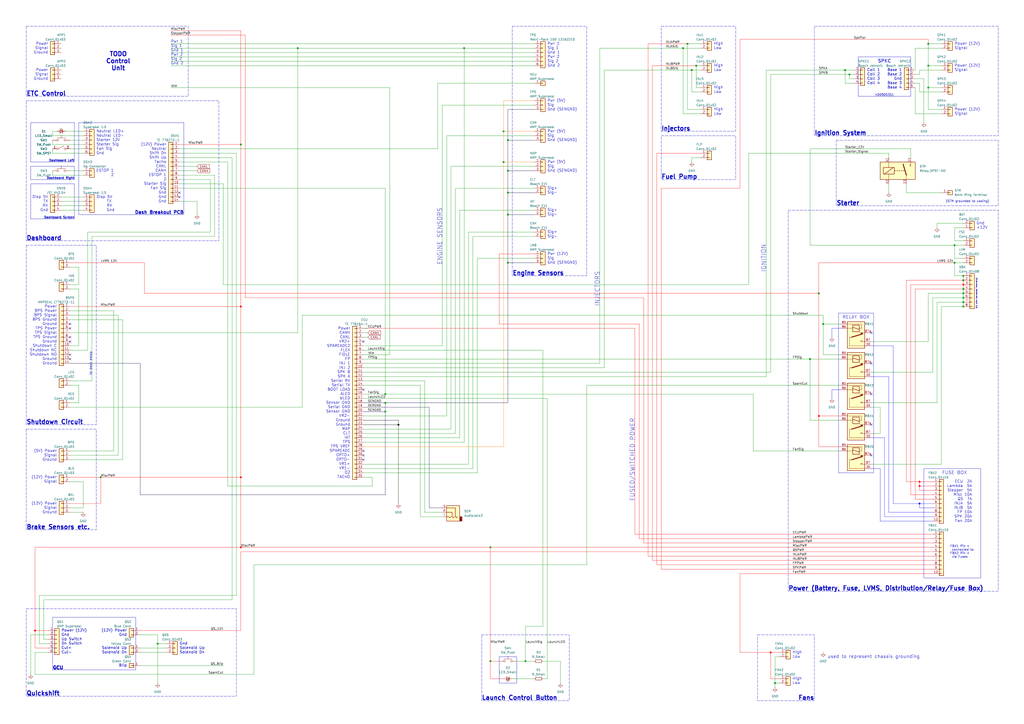
<source format=kicad_sch>
(kicad_sch (version 20231120) (generator "eeschema") (generator_version "8.0")
  (paper "A2")
  (junction (at 20.32 365.76) (color 255 0 0 1))
  (junction (at 447.04 378.46) (color 255 0 0 1))
  (junction (at 538.48 50.8))
  (junction (at 558.8 175.26))
  (junction (at 533.4 292.1) (color 0 0 255 1))
  (junction (at 558.8 177.8))
  (junction (at 294.64 99.06))
  (junction (at 91.44 373.38))
  (junction (at 558.8 160.02))
  (junction (at 269.24 27.94))
  (junction (at 396.24 27.94))
  (junction (at 223.52 228.6))
  (junction (at 294.64 111.76))
  (junction (at 403.86 38.1))
  (junction (at 139.7 83.82))
  (junction (at 284.48 383.54))
  (junction (at 474.98 170.18))
  (junction (at 139.7 177.8) (color 255 0 0 1))
  (junction (at 553.72 152.4))
  (junction (at 139.7 317.5) (color 255 0 0 1))
  (junction (at 223.52 233.68))
  (junction (at 477.52 187.96))
  (junction (at 533.4 281.94) (color 253 0 0 1))
  (junction (at 292.1 76.2))
  (junction (at 294.64 124.46))
  (junction (at 449.58 396.24))
  (junction (at 558.8 162.56))
  (junction (at 538.48 38.1))
  (junction (at 398.78 25.4))
  (junction (at 558.8 170.18))
  (junction (at 558.8 172.72))
  (junction (at 172.72 27.94))
  (junction (at 223.52 238.76))
  (junction (at 401.32 40.64))
  (junction (at 533.4 279.4) (color 253 0 0 1))
  (junction (at 474.98 241.3) (color 255 0 0 1))
  (junction (at 292.1 93.98))
  (junction (at 294.64 81.28))
  (junction (at 553.72 142.24))
  (junction (at 58.42 276.86))
  (junction (at 284.48 317.5))
  (junction (at 304.8 383.54))
  (junction (at 139.7 276.86) (color 255 0 0 1))
  (junction (at 490.22 40.64))
  (junction (at 538.48 25.4))
  (junction (at 294.64 152.4))
  (junction (at 558.8 165.1) (color 255 0 0 1))
  (junction (at 231.14 246.38) (color 1 1 1 1))
  (junction (at 492.76 43.18))
  (junction (at 469.9 208.28))
  (junction (at 558.8 167.64))
  (no_connect (at 505.46 210.82))
  (no_connect (at 210.82 226.06))
  (no_connect (at 210.82 198.12))
  (no_connect (at 210.82 261.62))
  (no_connect (at 104.14 111.76))
  (no_connect (at 104.14 114.3))
  (no_connect (at 505.46 228.6))
  (no_connect (at 210.82 264.16))
  (no_connect (at 40.64 195.58))
  (no_connect (at 40.64 198.12))
  (no_connect (at 505.46 193.04))
  (no_connect (at 505.46 264.16))
  (no_connect (at 505.46 246.38))
  (no_connect (at 210.82 266.7))
  (no_connect (at 40.64 205.74))
  (no_connect (at 40.64 190.5))
  (no_connect (at 40.64 187.96))
  (no_connect (at 40.64 208.28))
  (wire (pts (xy 40.64 177.8) (xy 139.7 177.8)) (stroke (width 0) (color 255 0 0 1)))
  (wire (pts (xy 210.82 205.74) (xy 226.06 205.74)))
  (wire (pts (xy 294.64 111.76) (xy 294.64 124.46)) (stroke (width 0) (color 0 0 64 1)))
  (wire (pts (xy 309.88 99.06) (xy 294.64 99.06)) (stroke (width 0) (color 0 0 64 1)))
  (wire (pts (xy 510.54 236.22) (xy 510.54 251.46)))
  (wire (pts (xy 350.52 40.64) (xy 350.52 213.36)))
  (wire (pts (xy 558.8 160.02) (xy 558.8 162.56)))
  (wire (pts (xy 558.8 129.54) (xy 543.56 129.54)))
  (wire (pts (xy 340.36 223.52) (xy 340.36 327.66)))
  (wire (pts (xy 525.78 111.76) (xy 546.1 111.76)))
  (wire (pts (xy 396.24 27.94) (xy 406.4 27.94)))
  (wire (pts (xy 53.34 137.16) (xy 124.46 137.16)))
  (wire (pts (xy 261.62 96.52) (xy 261.62 248.92)))
  (wire (pts (xy 452.12 393.7) (xy 447.04 393.7)) (stroke (width 0) (color 255 0 0 1)))
  (wire (pts (xy 515.62 106.68) (xy 515.62 111.76)))
  (wire (pts (xy 40.64 99.06) (xy 48.26 99.06)))
  (wire (pts (xy 452.12 381) (xy 449.58 381)))
  (wire (pts (xy 541.02 279.4) (xy 533.4 279.4)) (stroke (width 0) (color 255 0 0 1)))
  (wire (pts (xy 292.1 93.98) (xy 309.88 93.98)) (stroke (width 0) (color 255 127 0 1)))
  (wire (pts (xy 350.52 213.36) (xy 210.82 213.36)))
  (wire (pts (xy 538.48 170.18) (xy 538.48 198.12)))
  (wire (pts (xy 223.52 109.22) (xy 104.14 109.22)))
  (wire (pts (xy 370.84 312.42) (xy 541.02 312.42)) (stroke (width 0) (color 255 0 0 1)))
  (wire (pts (xy 482.6 190.5) (xy 482.6 195.58)) (stroke (width 0) (color 0 0 255 1)))
  (wire (pts (xy 541.02 284.48) (xy 533.4 284.48)) (stroke (width 0) (color 255 0 0 1)))
  (wire (pts (xy 546.1 38.1) (xy 538.48 38.1)))
  (wire (pts (xy 294.64 81.28) (xy 294.64 99.06)) (stroke (width 0) (color 0 0 64 1)))
  (wire (pts (xy 309.88 96.52) (xy 261.62 96.52)))
  (wire (pts (xy 309.88 134.62) (xy 271.78 134.62)))
  (wire (pts (xy 68.58 182.88) (xy 40.64 182.88)))
  (wire (pts (xy 434.34 88.9) (xy 515.62 88.9)))
  (wire (pts (xy 223.52 238.76) (xy 223.52 287.02)) (stroke (width 0) (color 0 0 64 1)))
  (wire (pts (xy 553.72 152.4) (xy 553.72 160.02)))
  (wire (pts (xy 530.86 50.8) (xy 530.86 66.04)))
  (wire (pts (xy 469.9 86.36) (xy 528.32 86.36)))
  (wire (pts (xy 558.8 177.8) (xy 546.1 177.8)))
  (wire (pts (xy 274.32 137.16) (xy 309.88 137.16)))
  (wire (pts (xy 40.64 185.42) (xy 71.12 185.42)))
  (wire (pts (xy 309.88 27.94) (xy 269.24 27.94)))
  (wire (pts (xy 259.08 78.74) (xy 309.88 78.74)))
  (wire (pts (xy 81.28 375.92) (xy 96.52 375.92)))
  (wire (pts (xy 368.3 309.88) (xy 541.02 309.88)) (stroke (width 0) (color 255 0 0 1)))
  (wire (pts (xy 429.26 378.46) (xy 447.04 378.46)) (stroke (width 0) (color 255 0 0 1)))
  (wire (pts (xy 515.62 218.44) (xy 505.46 218.44)) (stroke (width 0) (color 0 2 251 1)))
  (wire (pts (xy 99.06 38.1) (xy 309.88 38.1)))
  (wire (pts (xy 378.46 38.1) (xy 403.86 38.1)) (stroke (width 0) (color 255 0 0 1)))
  (wire (pts (xy 210.82 251.46) (xy 264.16 251.46)))
  (wire (pts (xy 528.32 165.1) (xy 528.32 287.02)) (stroke (width 0) (color 255 0 0 1)))
  (wire (pts (xy 510.54 271.78) (xy 505.46 271.78)) (stroke (width 0) (color 0 2 251 1)))
  (wire (pts (xy 289.56 187.96) (xy 370.84 187.96)) (stroke (width 0) (color 255 0 0 1)))
  (wire (pts (xy 429.26 332.74) (xy 429.26 378.46)) (stroke (width 0) (color 255 0 0 1)))
  (wire (pts (xy 304.8 383.54) (xy 309.88 383.54)))
  (wire (pts (xy 27.94 368.3) (xy 17.78 368.3)))
  (wire (pts (xy 30.48 83.82) (xy 48.26 83.82)))
  (wire (pts (xy 292.1 76.2) (xy 292.1 93.98)) (stroke (width 0) (color 255 127 0 1)))
  (wire (pts (xy 401.32 91.44) (xy 401.32 93.98)))
  (wire (pts (xy 381 327.66) (xy 541.02 327.66)) (stroke (width 0) (color 255 0 0 1)))
  (wire (pts (xy 487.68 190.5) (xy 482.6 190.5)) (stroke (width 0) (color 0 0 255 1)))
  (wire (pts (xy 134.62 91.44) (xy 104.14 91.44)))
  (wire (pts (xy 294.64 111.76) (xy 309.88 111.76)) (stroke (width 0) (color 0 0 64 1)))
  (wire (pts (xy 274.32 271.78) (xy 274.32 137.16)))
  (wire (pts (xy 81.28 365.76) (xy 139.7 365.76)) (stroke (width 0) (color 255 0 0 1)))
  (wire (pts (xy 104.14 96.52) (xy 114.3 96.52)))
  (wire (pts (xy 309.88 109.22) (xy 264.16 109.22)))
  (wire (pts (xy 210.82 246.38) (xy 231.14 246.38)) (stroke (width 0) (color 1 1 1 1)))
  (wire (pts (xy 558.8 167.64) (xy 530.86 167.64)) (stroke (width 0) (color 255 0 0 1)))
  (wire (pts (xy 210.82 274.32) (xy 276.86 274.32)))
  (wire (pts (xy 172.72 27.94) (xy 269.24 27.94)))
  (wire (pts (xy 314.96 363.22) (xy 304.8 363.22)))
  (wire (pts (xy 558.8 165.1) (xy 528.32 165.1)) (stroke (width 0) (color 255 0 0 1)))
  (wire (pts (xy 246.38 297.18) (xy 256.54 297.18)))
  (wire (pts (xy 22.86 345.44) (xy 22.86 373.38)))
  (wire (pts (xy 401.32 53.34) (xy 401.32 40.64)))
  (wire (pts (xy 553.72 139.7) (xy 558.8 139.7)))
  (wire (pts (xy 546.1 63.5) (xy 538.48 63.5)))
  (wire (pts (xy 248.92 294.64) (xy 248.92 236.22)) (stroke (width 0) (color 0 0 64 1)))
  (wire (pts (xy 256.54 200.66) (xy 256.54 60.96)))
  (wire (pts (xy 40.64 264.16) (xy 68.58 264.16)))
  (wire (pts (xy 284.48 317.5) (xy 284.48 383.54)) (stroke (width 0) (color 255 0 0 1)))
  (wire (pts (xy 546.1 25.4) (xy 538.48 25.4)))
  (wire (pts (xy 45.72 154.94) (xy 45.72 165.1)))
  (wire (pts (xy 535.94 45.72) (xy 535.94 71.12)))
  (wire (pts (xy 35.56 116.84) (xy 48.26 116.84)))
  (wire (pts (xy 469.9 208.28) (xy 469.9 243.84)))
  (wire (pts (xy 40.64 294.64) (xy 48.26 294.64)))
  (wire (pts (xy 533.4 48.26) (xy 533.4 53.34)))
  (wire (pts (xy 139.7 83.82) (xy 104.14 83.82)) (stroke (width 0) (color 255 0 0 1)))
  (wire (pts (xy 81.28 287.02) (xy 81.28 210.82)) (stroke (width 0) (color 0 0 64 1)))
  (wire (pts (xy 45.72 200.66) (xy 40.64 200.66)))
  (wire (pts (xy 447.04 393.7) (xy 447.04 378.46)) (stroke (width 0) (color 255 0 0 1)))
  (wire (pts (xy 20.32 365.76) (xy 27.94 365.76)) (stroke (width 0) (color 255 0 0 1)))
  (wire (pts (xy 147.32 327.66) (xy 340.36 327.66)))
  (wire (pts (xy 541.02 281.94) (xy 533.4 281.94)) (stroke (width 0) (color 255 0 0 1)))
  (wire (pts (xy 30.48 81.28) (xy 30.48 83.82)))
  (wire (pts (xy 510.54 302.26) (xy 510.54 271.78)) (stroke (width 0) (color 0 2 251 1)))
  (wire (pts (xy 378.46 325.12) (xy 541.02 325.12)) (stroke (width 0) (color 255 0 0 1)))
  (wire (pts (xy 314.96 393.7) (xy 317.5 393.7)))
  (wire (pts (xy 490.22 48.26) (xy 490.22 40.64)))
  (wire (pts (xy 375.92 25.4) (xy 398.78 25.4)) (stroke (width 0) (color 255 0 0 1)))
  (wire (pts (xy 444.5 40.64) (xy 490.22 40.64)))
  (wire (pts (xy 256.54 294.64) (xy 248.92 294.64)) (stroke (width 0) (color 0 0 64 1)))
  (wire (pts (xy 104.14 93.98) (xy 132.08 93.98)))
  (wire (pts (xy 505.46 200.66) (xy 518.16 200.66)) (stroke (width 0) (color 0 2 251 1)))
  (wire (pts (xy 299.72 383.54) (xy 304.8 383.54)))
  (wire (pts (xy 474.98 170.18) (xy 474.98 241.3)) (stroke (width 0) (color 255 0 0 1)))
  (wire (pts (xy 40.64 203.2) (xy 50.8 203.2)))
  (wire (pts (xy 226.06 205.74) (xy 226.06 50.8)))
  (wire (pts (xy 487.68 259.08) (xy 474.98 259.08)) (stroke (width 0) (color 255 0 0 1)))
  (wire (pts (xy 541.02 292.1) (xy 533.4 292.1)) (stroke (width 0) (color 0 0 255 1)))
  (wire (pts (xy 210.82 233.68) (xy 223.52 233.68)) (stroke (width 0) (color 0 0 64 1)))
  (wire (pts (xy 254 48.26) (xy 254 86.36)))
  (wire (pts (xy 340.36 223.52) (xy 487.68 223.52)))
  (wire (pts (xy 210.82 190.5) (xy 213.36 190.5)))
  (wire (pts (xy 121.92 104.14) (xy 104.14 104.14)))
  (wire (pts (xy 71.12 185.42) (xy 71.12 266.7)))
  (wire (pts (xy 215.9 281.94) (xy 132.08 281.94)))
  (wire (pts (xy 58.42 276.86) (xy 58.42 292.1)) (stroke (width 0) (color 255 0 0 1)))
  (wire (pts (xy 22.86 373.38) (xy 27.94 373.38)))
  (wire (pts (xy 403.86 38.1) (xy 406.4 38.1)))
  (wire (pts (xy 99.06 20.32) (xy 142.24 20.32)) (stroke (width 0) (color 255 0 0 1)))
  (wire (pts (xy 104.14 116.84) (xy 114.3 116.84)))
  (wire (pts (xy 104.14 101.6) (xy 124.46 101.6)))
  (wire (pts (xy 406.4 53.34) (xy 401.32 53.34)))
  (wire (pts (xy 213.36 193.04) (xy 210.82 193.04)))
  (wire (pts (xy 175.26 236.22) (xy 175.26 182.88)))
  (wire (pts (xy 449.58 396.24) (xy 452.12 396.24)))
  (wire (pts (xy 444.5 40.64) (xy 444.5 218.44)))
  (wire (pts (xy 538.48 198.12) (xy 505.46 198.12)))
  (wire (pts (xy 35.56 119.38) (xy 48.26 119.38)))
  (wire (pts (xy 99.06 25.4) (xy 309.88 25.4)))
  (wire (pts (xy 269.24 256.54) (xy 210.82 256.54)))
  (wire (pts (xy 541.02 289.56) (xy 530.86 289.56)) (stroke (width 0) (color 255 0 0 1)))
  (wire (pts (xy 243.84 299.72) (xy 243.84 223.52)))
  (wire (pts (xy 269.24 27.94) (xy 269.24 256.54)))
  (wire (pts (xy 175.26 182.88) (xy 477.52 182.88)))
  (wire (pts (xy 309.88 58.42) (xy 292.1 58.42)) (stroke (width 0) (color 255 127 0 1)))
  (wire (pts (xy 309.88 147.32) (xy 289.56 147.32)) (stroke (width 0) (color 255 0 0 1)))
  (wire (pts (xy 147.32 391.16) (xy 147.32 327.66)))
  (wire (pts (xy 30.48 88.9) (xy 48.26 88.9)))
  (wire (pts (xy 294.64 124.46) (xy 309.88 124.46)) (stroke (width 0) (color 0 0 64 1)))
  (wire (pts (xy 210.82 241.3) (xy 259.08 241.3)))
  (wire (pts (xy 515.62 91.44) (xy 515.62 88.9)))
  (wire (pts (xy 210.82 208.28) (xy 469.9 208.28)))
  (wire (pts (xy 276.86 274.32) (xy 276.86 149.86)))
  (wire (pts (xy 487.68 205.74) (xy 477.52 205.74)))
  (wire (pts (xy 142.24 172.72) (xy 142.24 20.32)) (stroke (width 0) (color 255 0 0 1)))
  (wire (pts (xy 210.82 190.5) (xy 368.3 190.5)) (stroke (width 0) (color 255 0 0 1)))
  (wire (pts (xy 20.32 375.92) (xy 27.94 375.92)) (stroke (width 0) (color 255 0 0 1)))
  (wire (pts (xy 398.78 25.4) (xy 406.4 25.4)))
  (wire (pts (xy 541.02 172.72) (xy 558.8 172.72)))
  (wire (pts (xy 210.82 271.78) (xy 274.32 271.78)))
  (wire (pts (xy 134.62 347.98) (xy 134.62 91.44)))
  (wire (pts (xy 292.1 93.98) (xy 292.1 259.08)) (stroke (width 0) (color 255 127 0 1)))
  (wire (pts (xy 20.32 378.46) (xy 20.32 391.16)))
  (wire (pts (xy 27.94 378.46) (xy 20.32 378.46)))
  (wire (pts (xy 375.92 322.58) (xy 541.02 322.58)) (stroke (width 0) (color 255 0 0 1)))
  (wire (pts (xy 558.8 170.18) (xy 538.48 170.18)))
  (wire (pts (xy 434.34 165.1) (xy 434.34 88.9)))
  (wire (pts (xy 538.48 38.1) (xy 538.48 25.4)))
  (wire (pts (xy 91.44 373.38) (xy 91.44 396.24)))
  (wire (pts (xy 541.02 294.64) (xy 533.4 294.64)) (stroke (width 0) (color 0 0 255 1)))
  (wire (pts (xy 139.7 317.5) (xy 284.48 317.5)) (stroke (width 0) (color 255 0 0 1)))
  (wire (pts (xy 505.46 254) (xy 513.08 254)) (stroke (width 0) (color 0 2 251 1)))
  (wire (pts (xy 104.14 88.9) (xy 137.16 88.9)))
  (wire (pts (xy 172.72 193.04) (xy 172.72 27.94)))
  (wire (pts (xy 492.76 43.18) (xy 492.76 45.72)))
  (wire (pts (xy 223.52 228.6) (xy 436.88 228.6)))
  (wire (pts (xy 510.54 251.46) (xy 505.46 251.46)))
  (wire (pts (xy 546.1 269.24) (xy 505.46 269.24)))
  (wire (pts (xy 210.82 231.14) (xy 317.5 231.14)))
  (wire (pts (xy 538.48 25.4) (xy 538.48 22.86)) (stroke (width 0) (color 255 0 0 1)))
  (wire (pts (xy 515.62 297.18) (xy 515.62 218.44)) (stroke (width 0) (color 0 2 251 1)))
  (wire (pts (xy 30.48 76.2) (xy 33.02 76.2)))
  (wire (pts (xy 530.86 48.26) (xy 533.4 48.26)))
  (wire (pts (xy 30.48 78.74) (xy 30.48 76.2)))
  (wire (pts (xy 25.4 347.98) (xy 134.62 347.98)))
  (wire (pts (xy 403.86 50.8) (xy 406.4 50.8)))
  (wire (pts (xy 254 86.36) (xy 104.14 86.36)))
  (wire (pts (xy 40.64 193.04) (xy 172.72 193.04)))
  (wire (pts (xy 558.8 162.56) (xy 558.8 165.1)) (stroke (width 0) (color 255 0 0 1)))
  (wire (pts (xy 309.88 81.28) (xy 294.64 81.28)) (stroke (width 0) (color 0 0 64 1)))
  (wire (pts (xy 429.26 332.74) (xy 541.02 332.74)) (stroke (width 0) (color 255 0 0 1)))
  (wire (pts (xy 99.06 50.8) (xy 226.06 50.8)))
  (wire (pts (xy 429.26 22.86) (xy 429.26 109.22)) (stroke (width 0) (color 255 0 0 1)))
  (wire (pts (xy 469.9 86.36) (xy 469.9 142.24)))
  (wire (pts (xy 139.7 83.82) (xy 139.7 17.78)) (stroke (width 0) (color 255 0 0 1)))
  (wire (pts (xy 81.28 368.3) (xy 91.44 368.3)))
  (wire (pts (xy 292.1 76.2) (xy 292.1 58.42)) (stroke (width 0) (color 255 127 0 1)))
  (wire (pts (xy 35.56 121.92) (xy 48.26 121.92)))
  (wire (pts (xy 27.94 370.84) (xy 25.4 370.84)))
  (wire (pts (xy 477.52 182.88) (xy 477.52 187.96)))
  (wire (pts (xy 525.78 162.56) (xy 525.78 279.4)) (stroke (width 0) (color 255 0 0 1)))
  (wire (pts (xy 543.56 175.26) (xy 558.8 175.26)))
  (wire (pts (xy 403.86 38.1) (xy 403.86 50.8)))
  (wire (pts (xy 210.82 228.6) (xy 223.52 228.6)))
  (wire (pts (xy 528.32 287.02) (xy 541.02 287.02)) (stroke (width 0) (color 255 0 0 1)))
  (wire (pts (xy 45.72 233.68) (xy 40.64 233.68)))
  (wire (pts (xy 505.46 233.68) (xy 543.56 233.68)))
  (wire (pts (xy 558.8 152.4) (xy 553.72 152.4)))
  (wire (pts (xy 99.06 33.02) (xy 309.88 33.02)))
  (wire (pts (xy 139.7 320.04) (xy 541.02 320.04)) (stroke (width 0) (color 255 0 0 1)))
  (wire (pts (xy 284.48 383.54) (xy 289.56 383.54)) (stroke (width 0) (color 255 0 0 1)))
  (wire (pts (xy 50.8 134.62) (xy 50.8 203.2)))
  (wire (pts (xy 436.88 261.62) (xy 487.68 261.62)))
  (wire (pts (xy 533.4 281.94) (xy 533.4 284.48)) (stroke (width 0) (color 255 0 0 1)))
  (wire (pts (xy 210.82 220.98) (xy 246.38 220.98)))
  (wire (pts (xy 289.56 147.32) (xy 289.56 187.96)) (stroke (width 0) (color 255 0 0 1)))
  (wire (pts (xy 276.86 149.86) (xy 309.88 149.86)))
  (wire (pts (xy 231.14 243.84) (xy 231.14 246.38)) (stroke (width 0) (color 1 1 1 1)))
  (wire (pts (xy 297.18 393.7) (xy 309.88 393.7)))
  (wire (pts (xy 137.16 88.9) (xy 137.16 345.44)))
  (wire (pts (xy 513.08 299.72) (xy 541.02 299.72)) (stroke (width 0) (color 0 2 251 1)))
  (wire (pts (xy 284.48 383.54) (xy 284.48 393.7)) (stroke (width 0) (color 255 0 0 1)))
  (wire (pts (xy 558.8 172.72) (xy 558.8 175.26)))
  (wire (pts (xy 553.72 160.02) (xy 558.8 160.02)))
  (wire (pts (xy 518.16 200.66) (xy 518.16 292.1)) (stroke (width 0) (color 0 2 251 1)))
  (wire (pts (xy 401.32 40.64) (xy 406.4 40.64)))
  (wire (pts (xy 40.64 154.94) (xy 45.72 154.94)))
  (wire (pts (xy 525.78 106.68) (xy 525.78 111.76)))
  (wire (pts (xy 406.4 91.44) (xy 401.32 91.44)))
  (wire (pts (xy 449.58 381) (xy 449.58 396.24)))
  (wire (pts (xy 58.42 276.86) (xy 139.7 276.86)) (stroke (width 0) (color 255 0 0 1)))
  (wire (pts (xy 210.82 203.2) (xy 314.96 203.2)))
  (wire (pts (xy 132.08 93.98) (xy 132.08 281.94)))
  (wire (pts (xy 474.98 259.08) (xy 474.98 241.3)) (stroke (width 0) (color 255 0 0 1)))
  (wire (pts (xy 530.86 43.18) (xy 533.4 43.18)))
  (wire (pts (xy 81.28 210.82) (xy 40.64 210.82)) (stroke (width 0) (color 0 0 64 1)))
  (wire (pts (xy 40.64 180.34) (xy 66.04 180.34)))
  (wire (pts (xy 104.14 99.06) (xy 114.3 99.06)))
  (wire (pts (xy 314.96 383.54) (xy 325.12 383.54)))
  (wire (pts (xy 447.04 43.18) (xy 492.76 43.18)))
  (wire (pts (xy 271.78 269.24) (xy 210.82 269.24)))
  (wire (pts (xy 487.68 208.28) (xy 469.9 208.28)))
  (wire (pts (xy 248.92 236.22) (xy 210.82 236.22)) (stroke (width 0) (color 0 0 64 1)))
  (wire (pts (xy 231.14 246.38) (xy 231.14 292.1)) (stroke (width 0) (color 1 1 1 1)))
  (wire (pts (xy 30.48 99.06) (xy 30.48 101.6)))
  (wire (pts (xy 40.64 279.4) (xy 48.26 279.4)))
  (wire (pts (xy 373.38 314.96) (xy 373.38 172.72)) (stroke (width 0) (color 255 0 0 1)))
  (wire (pts (xy 99.06 30.48) (xy 309.88 30.48)))
  (wire (pts (xy 558.8 142.24) (xy 553.72 142.24)))
  (wire (pts (xy 373.38 172.72) (xy 142.24 172.72)) (stroke (width 0) (color 255 0 0 1)))
  (wire (pts (xy 40.64 276.86) (xy 58.42 276.86)) (stroke (width 0) (color 255 0 0 1)))
  (wire (pts (xy 40.64 152.4) (xy 83.82 152.4)) (stroke (width 0) (color 255 0 0 1)))
  (wire (pts (xy 40.64 81.28) (xy 48.26 81.28)))
  (wire (pts (xy 528.32 86.36) (xy 528.32 91.44)))
  (wire (pts (xy 30.48 101.6) (xy 48.26 101.6)))
  (wire (pts (xy 546.1 50.8) (xy 538.48 50.8)))
  (wire (pts (xy 243.84 223.52) (xy 210.82 223.52)))
  (wire (pts (xy 444.5 218.44) (xy 210.82 218.44)))
  (wire (pts (xy 370.84 187.96) (xy 370.84 312.42)) (stroke (width 0) (color 255 0 0 1)))
  (wire (pts (xy 266.7 121.92) (xy 266.7 254)))
  (wire (pts (xy 383.54 109.22) (xy 383.54 330.2)) (stroke (width 0) (color 255 0 0 1)))
  (wire (pts (xy 271.78 134.62) (xy 271.78 269.24)))
  (wire (pts (xy 495.3 48.26) (xy 490.22 48.26)))
  (wire (pts (xy 45.72 167.64) (xy 45.72 200.66)))
  (wire (pts (xy 533.4 53.34) (xy 546.1 53.34)))
  (wire (pts (xy 525.78 279.4) (xy 533.4 279.4)) (stroke (width 0) (color 255 0 0 1)))
  (wire (pts (xy 68.58 264.16) (xy 68.58 182.88)))
  (wire (pts (xy 284.48 393.7) (xy 292.1 393.7)) (stroke (width 0) (color 255 0 0 1)))
  (wire (pts (xy 558.8 167.64) (xy 558.8 170.18)))
  (wire (pts (xy 215.9 276.86) (xy 215.9 281.94)))
  (wire (pts (xy 309.88 63.5) (xy 294.64 63.5)) (stroke (width 0) (color 0 0 64 1)))
  (wire (pts (xy 533.4 292.1) (xy 533.4 294.64)) (stroke (width 0) (color 0 0 255 1)))
  (wire (pts (xy 223.52 287.02) (xy 81.28 287.02)) (stroke (width 0) (color 0 0 64 1)))
  (wire (pts (xy 518.16 292.1) (xy 533.4 292.1)) (stroke (width 0) (color 0 2 251 1)))
  (wire (pts (xy 553.72 149.86) (xy 558.8 149.86)))
  (wire (pts (xy 505.46 236.22) (xy 510.54 236.22)))
  (wire (pts (xy 25.4 347.98) (xy 25.4 370.84)))
  (wire (pts (xy 294.64 152.4) (xy 294.64 233.68)) (stroke (width 0) (color 0 0 64 1)))
  (wire (pts (xy 66.04 261.62) (xy 40.64 261.62)))
  (wire (pts (xy 58.42 292.1) (xy 40.64 292.1)) (stroke (width 0) (color 255 0 0 1)))
  (wire (pts (xy 40.64 167.64) (xy 45.72 167.64)))
  (wire (pts (xy 553.72 132.08) (xy 553.72 139.7)))
  (wire (pts (xy 40.64 297.18) (xy 48.26 297.18)))
  (wire (pts (xy 261.62 248.92) (xy 210.82 248.92)))
  (wire (pts (xy 20.32 317.5) (xy 139.7 317.5)) (stroke (width 0) (color 255 0 0 1)))
  (wire (pts (xy 558.8 132.08) (xy 553.72 132.08)))
  (wire (pts (xy 210.82 254) (xy 266.7 254)))
  (wire (pts (xy 210.82 210.82) (xy 347.98 210.82)))
  (wire (pts (xy 114.3 116.84) (xy 114.3 124.46)))
  (wire (pts (xy 91.44 373.38) (xy 96.52 373.38)))
  (wire (pts (xy 223.52 109.22) (xy 223.52 228.6)))
  (wire (pts (xy 83.82 152.4) (xy 83.82 170.18)) (stroke (width 0) (color 255 0 0 1)))
  (wire (pts (xy 368.3 190.5) (xy 368.3 309.88)) (stroke (width 0) (color 255 0 0 1)))
  (wire (pts (xy 30.48 86.36) (xy 30.48 88.9)))
  (wire (pts (xy 81.28 386.08) (xy 129.54 386.08)))
  (wire (pts (xy 505.46 215.9) (xy 541.02 215.9)))
  (wire (pts (xy 309.88 48.26) (xy 254 48.26)))
  (wire (pts (xy 137.16 345.44) (xy 22.86 345.44)))
  (wire (pts (xy 447.04 378.46) (xy 452.12 378.46)) (stroke (width 0) (color 255 0 0 1)))
  (wire (pts (xy 210.82 259.08) (xy 292.1 259.08)) (stroke (width 0) (color 255 127 0 1)))
  (wire (pts (xy 492.76 45.72) (xy 495.3 45.72)))
  (wire (pts (xy 541.02 297.18) (xy 515.62 297.18)) (stroke (width 0) (color 0 2 251 1)))
  (wire (pts (xy 482.6 226.06) (xy 482.6 231.14)) (stroke (width 0) (color 0 0 255 1)))
  (wire (pts (xy 530.86 66.04) (xy 546.1 66.04)))
  (wire (pts (xy 309.88 76.2) (xy 292.1 76.2)) (stroke (width 0) (color 255 127 0 1)))
  (wire (pts (xy 223.52 238.76) (xy 223.52 233.68)) (stroke (width 0) (color 0 0 64 1)))
  (wire (pts (xy 477.52 205.74) (xy 477.52 187.96)))
  (wire (pts (xy 66.04 180.34) (xy 66.04 261.62)))
  (wire (pts (xy 259.08 241.3) (xy 259.08 78.74)))
  (wire (pts (xy 375.92 25.4) (xy 375.92 322.58)) (stroke (width 0) (color 255 0 0 1)))
  (wire (pts (xy 553.72 142.24) (xy 553.72 149.86)))
  (wire (pts (xy 99.06 17.78) (xy 139.7 17.78)) (stroke (width 0) (color 255 0 0 1)))
  (wire (pts (xy 429.26 22.86) (xy 538.48 22.86)) (stroke (width 0) (color 255 0 0 1)))
  (wire (pts (xy 91.44 368.3) (xy 91.44 373.38)))
  (wire (pts (xy 538.48 50.8) (xy 538.48 38.1)))
  (wire (pts (xy 129.54 106.68) (xy 129.54 165.1)))
  (wire (pts (xy 558.8 162.56) (xy 525.78 162.56)) (stroke (width 0) (color 255 0 0 1)))
  (wire (pts (xy 378.46 38.1) (xy 378.46 325.12)) (stroke (width 0) (color 255 0 0 1)))
  (wire (pts (xy 347.98 27.94) (xy 396.24 27.94)))
  (wire (pts (xy 264.16 109.22) (xy 264.16 251.46)))
  (wire (pts (xy 50.8 134.62) (xy 121.92 134.62)))
  (wire (pts (xy 223.52 233.68) (xy 294.64 233.68)) (stroke (width 0) (color 0 0 64 1)))
  (wire (pts (xy 20.32 365.76) (xy 20.32 375.92)) (stroke (width 0) (color 255 0 0 1)))
  (wire (pts (xy 294.64 99.06) (xy 294.64 111.76)) (stroke (width 0) (color 0 0 64 1)))
  (wire (pts (xy 121.92 134.62) (xy 121.92 104.14)))
  (wire (pts (xy 546.1 177.8) (xy 546.1 269.24)))
  (wire (pts (xy 373.38 314.96) (xy 541.02 314.96)) (stroke (width 0) (color 255 0 0 1)))
  (wire (pts (xy 139.7 276.86) (xy 139.7 177.8)) (stroke (width 0) (color 255 0 0 1)))
  (wire (pts (xy 294.64 63.5) (xy 294.64 81.28)) (stroke (width 0) (color 0 0 64 1)))
  (wire (pts (xy 436.88 228.6) (xy 436.88 261.62)))
  (wire (pts (xy 294.64 124.46) (xy 294.64 152.4)) (stroke (width 0) (color 0 0 64 1)))
  (wire (pts (xy 99.06 35.56) (xy 309.88 35.56)))
  (wire (pts (xy 45.72 223.52) (xy 45.72 233.68)))
  (wire (pts (xy 474.98 152.4) (xy 474.98 170.18)) (stroke (width 0) (color 255 0 0 1)))
  (wire (pts (xy 71.12 266.7) (xy 40.64 266.7)))
  (wire (pts (xy 40.64 236.22) (xy 175.26 236.22)))
  (wire (pts (xy 546.1 27.94) (xy 530.86 27.94)))
  (wire (pts (xy 543.56 129.54) (xy 543.56 132.08)))
  (wire (pts (xy 487.68 187.96) (xy 477.52 187.96)))
  (wire (pts (xy 533.4 279.4) (xy 533.4 281.94)) (stroke (width 0) (color 253 0 0 1)))
  (wire (pts (xy 48.26 78.74) (xy 30.48 78.74)))
  (wire (pts (xy 99.06 27.94) (xy 172.72 27.94)))
  (wire (pts (xy 350.52 40.64) (xy 401.32 40.64)))
  (wire (pts (xy 406.4 63.5) (xy 398.78 63.5)))
  (wire (pts (xy 530.86 167.64) (xy 530.86 289.56)) (stroke (width 0) (color 255 0 0 1)))
  (wire (pts (xy 541.02 215.9) (xy 541.02 172.72)))
  (wire (pts (xy 487.68 243.84) (xy 469.9 243.84)))
  (wire (pts (xy 40.64 223.52) (xy 45.72 223.52)))
  (wire (pts (xy 383.54 330.2) (xy 541.02 330.2)) (stroke (width 0) (color 255 0 0 1)))
  (wire (pts (xy 474.98 152.4) (xy 553.72 152.4)) (stroke (width 0) (color 255 0 0 1)))
  (wire (pts (xy 38.1 76.2) (xy 48.26 76.2)))
  (wire (pts (xy 538.48 63.5) (xy 538.48 50.8)))
  (wire (pts (xy 17.78 368.3) (xy 17.78 391.16)))
  (wire (pts (xy 210.82 276.86) (xy 215.9 276.86)))
  (wire (pts (xy 81.28 378.46) (xy 96.52 378.46)))
  (wire (pts (xy 533.4 43.18) (xy 533.4 40.64)))
  (wire (pts (xy 325.12 383.54) (xy 325.12 396.24)))
  (wire (pts (xy 558.8 175.26) (xy 558.8 177.8)))
  (wire (pts (xy 317.5 231.14) (xy 317.5 393.7)))
  (wire (pts (xy 284.48 317.5) (xy 541.02 317.5)) (stroke (width 0) (color 255 0 0 1)))
  (wire (pts (xy 304.8 363.22) (xy 304.8 383.54)))
  (wire (pts (xy 45.72 165.1) (xy 40.64 165.1)))
  (wire (pts (xy 347.98 27.94) (xy 347.98 210.82)))
  (wire (pts (xy 429.26 109.22) (xy 383.54 109.22)) (stroke (width 0) (color 255 0 0 1)))
  (wire (pts (xy 213.36 195.58) (xy 210.82 195.58)))
  (wire (pts (xy 40.64 86.36) (xy 48.26 86.36)))
  (wire (pts (xy 530.86 45.72) (xy 535.94 45.72)))
  (wire (pts (xy 139.7 317.5) (xy 139.7 276.86)) (stroke (width 0) (color 255 0 0 1)))
  (wire (pts (xy 83.82 170.18) (xy 474.98 170.18)) (stroke (width 0) (color 255 0 0 1)))
  (wire (pts (xy 20.32 317.5) (xy 20.32 365.76)) (stroke (width 0) (color 255 0 0 1)))
  (wire (pts (xy 495.3 43.18) (xy 492.76 43.18)))
  (wire (pts (xy 314.96 203.2) (xy 314.96 363.22)))
  (wire (pts (xy 487.68 241.3) (xy 474.98 241.3)) (stroke (width 0) (color 255 0 0 1)))
  (wire (pts (xy 541.02 302.26) (xy 510.54 302.26)) (stroke (width 0) (color 0 2 251 1)))
  (wire (pts (xy 210.82 200.66) (xy 256.54 200.66)))
  (wire (pts (xy 210.82 215.9) (xy 447.04 215.9)))
  (wire (pts (xy 40.64 220.98) (xy 53.34 220.98)))
  (wire (pts (xy 558.8 165.1) (xy 558.8 167.64)) (stroke (width 0) (color 255 0 0 1)))
  (wire (pts (xy 129.54 165.1) (xy 434.34 165.1)))
  (wire (pts (xy 449.58 396.24) (xy 449.58 398.78)))
  (wire (pts (xy 20.32 391.16) (xy 147.32 391.16)))
  (wire (pts (xy 294.64 152.4) (xy 309.88 152.4)) (stroke (width 0) (color 0 0 64 1)))
  (wire (pts (xy 396.24 66.04) (xy 396.24 27.94)))
  (wire (pts (xy 210.82 238.76) (xy 223.52 238.76)) (stroke (width 0) (color 0 0 64 1)))
  (wire (pts (xy 53.34 137.16) (xy 53.34 220.98)))
  (wire (pts (xy 266.7 121.92) (xy 309.88 121.92)))
  (wire (pts (xy 398.78 25.4) (xy 398.78 63.5)))
  (wire (pts (xy 530.86 27.94) (xy 530.86 40.64)))
  (wire (pts (xy 246.38 220.98) (xy 246.38 297.18)))
  (wire (pts (xy 104.14 106.68) (xy 129.54 106.68)))
  (wire (pts (xy 256.54 60.96) (xy 309.88 60.96)))
  (wire (pts (xy 210.82 243.84) (xy 231.14 243.84)) (stroke (width 0) (color 1 1 1 1)))
  (wire (pts (xy 406.4 88.9) (xy 381 88.9)) (stroke (width 0) (color 255 0 0 1)))
  (wire (pts (xy 139.7 320.04) (xy 139.7 365.76)) (stroke (width 0) (color 255 0 0 1)))
  (wire (pts (xy 558.8 170.18) (xy 558.8 172.72)))
  (wire (pts (xy 447.04 215.9) (xy 447.04 43.18)))
  (wire (pts (xy 469.9 142.24) (xy 553.72 142.24)))
  (wire (pts (xy 513.08 254) (xy 513.08 299.72)) (stroke (width 0) (color 0 2 251 1)))
  (wire (pts (xy 381 88.9) (xy 381 327.66)) (stroke (width 0) (color 255 0 0 1)))
  (wire (pts (xy 256.54 299.72) (xy 243.84 299.72)))
  (wire (pts (xy 139.7 177.8) (xy 139.7 83.82)) (stroke (width 0) (color 255 0 0 1)))
  (wire (pts (xy 490.22 40.64) (xy 495.3 40.64)))
  (wire (pts (xy 35.56 114.3) (xy 48.26 114.3)))
  (wire (pts (xy 406.4 66.04) (xy 396.24 66.04)))
  (wire (pts (xy 533.4 40.64) (xy 546.1 40.64)))
  (wire (pts (xy 48.26 279.4) (xy 48.26 294.64)))
  (wire (pts (xy 543.56 233.68) (xy 543.56 175.26)))
  (wire (pts (xy 487.68 226.06) (xy 482.6 226.06)) (stroke (width 0) (color 0 0 255 1)))
  (wire (pts (xy 124.46 101.6) (xy 124.46 137.16)))
  (rectangle (start 486.41 181.61) (end 506.73 274.32))
  (rectangle (start 15.24 353.06) (end 137.16 403.86) (stroke (width 0) (type dash)))
  (rectangle (start 279.4 368.3) (end 330.2 406.4) (stroke (width 0) (type dash)))
  (rectangle (start 472.44 15.24) (end 579.12 78.74) (stroke (width 0) (type dash)))
  (rectangle (start 15.24 58.42) (end 127 139.7) (stroke (width 0) (type dash)))
  (rectangle (start 17.78 71.12) (end 43.18 93.98))
  (rectangle (start 15.24 248.92) (end 55.88 307.34) (stroke (width 0) (type dash)))
  (rectangle (start 485.14 81.28) (end 579.12 119.38) (stroke (width 0) (type dash)))
  (rectangle (start 45.72 71.12) (end 106.68 124.46))
  (rectangle (start 30.48 358.14) (end 78.74 388.62))
  (rectangle (start 15.24 142.24) (end 55.88 246.38) (stroke (width 0) (type dash)))
  (rectangle (start 497.84 33.02) (end 528.32 55.88))
  (rectangle (start 15.24 15.24) (end 109.22 55.88) (stroke (width 0) (type dash)))
  (rectangle (start 289.56 381) (end 299.72 396.24))
  (rectangle (start 439.42 368.3) (end 472.44 406.4) (stroke (width 0) (type dash)))
  (rectangle (start 457.2 121.92) (end 579.12 342.9) (stroke (width 0) (type dash)))
  (rectangle (start 17.78 106.68) (end 43.18 127))
  (rectangle (start 383.54 15.24) (end 426.72 76.2) (stroke (width 0) (type dash)))
  (rectangle (start 297.18 15.24) (end 340.36 160.02) (stroke (width 0) (type dash)))
  (rectangle (start 17.78 96.52) (end 43.18 104.14))
  (rectangle (start 535.94 271.78) (end 568.96 335.28))
  (rectangle (start 383.54 78.74) (end 426.72 104.14) (stroke (width 0) (type dash)))
  (text "High\nLow" (at 414.02 64.77 0) (effects (font (size 1.5748 1.5748)) (justify left)))
  (text "Sig+\nSig-\n " (at 317.5 137.16 0) (effects (font (size 1.5748 1.5748)) (justify left)))
  (text "Pwr (5V)\nSig\nGnd (SENGND)" (at 317.5 96.52 0) (effects (font (size 1.5748 1.5748)) (justify left)))
  (text "INJECTORS" (at 347.98 167.64 90) (effects (font (size 2.54 2.54)) (justify bottom)))
  (text "Dashboard Screen" (at 43.18 127 0) (effects (font (size 1.27 1.27) (thickness 0.254) (bold yes)) (justify right bottom)))
  (text "Sig+\nSig-" (at 317.5 123.19 0) (effects (font (size 1.5748 1.5748)) (justify left)))
  (text "ECU  2A\nLambda  5A\nStepper  5A\nMisc 10A\nQS  ?A\nINJA  5A\nINJB  5A\nFP 10A\nSPK 20A\nFan 20A\n " (at 563.88 292.1 0) (effects (font (size 1.5748 1.5748)) (justify right)))
  (text "GCU" (at 30.48 388.62 0) (effects (font (size 1.905 1.905) (thickness 0.508) (bold yes)) (justify left bottom)))
  (text "(STM grounded to casing)" (at 548.64 116.84 0) (effects (font (size 1.27 1.27)) (justify left)))
  (text "Power (12V)\nSignal\n " (at 553.72 66.04 0) (effects (font (size 1.5748 1.5748)) (justify left)))
  (text "used to represent chassis grounding" (at 480.06 381 0) (effects (font (size 1.905 1.905) (thickness 0.1588)) (justify left)))
  (text "FBX1 Pin n \n connected to \nFBX2 Pin n\n via Fuses" (at 551.18 320.04 0) (effects (font (size 1.27 1.27)) (justify left)))
  (text "ENGINE SENSORS" (at 256.54 137.16 90) (effects (font (size 2.54 2.54)) (justify bottom)))
  (text "Dash Breakout PCB" (at 106.68 124.46 0) (effects (font (size 1.905 1.905) (thickness 0.381) (bold yes)) (justify right bottom)))
  (text "Power (12V)\nGnd\nUp Switch\nDn Switch\nCut+\nCut-\n " (at 35.56 373.38 0) (effects (font (size 1.5748 1.5748) (thickness 0.1969)) (justify left)))
  (text "Blip" (at 73.66 386.08 0) (effects (font (size 1.5748 1.5748) (thickness 0.1969)) (justify right)))
  (text "(12V) Power\nSignal\n " (at 33.02 279.4 0) (effects (font (size 1.5748 1.5748)) (justify right)))
  (text "to dash estop" (at 53.34 210.82 90) (effects (font (size 1.27 1.27)) (justify bottom)))
  (text "Power (12V)\nSignal\n " (at 553.72 40.64 0) (effects (font (size 1.5748 1.5748)) (justify left)))
  (text "Pwr (5V)\nSig\nGnd (SENGND)" (at 317.5 60.96 0) (effects (font (size 1.5748 1.5748)) (justify left)))
  (text "Disp 5V\n     TX\n     RX\n     Gnd\n " (at 27.94 119.38 0) (effects (font (size 1.5748 1.5748)) (justify right)))
  (text "Sig+\nSig-\n " (at 317.5 111.76 0) (effects (font (size 1.5748 1.5748)) (justify left)))
  (text "Launch Control Button" (at 279.4 406.4 0) (effects (font (size 2.54 2.54) (thickness 0.508) (bold yes)) (justify left bottom)))
  (text "Dashboard Right" (at 43.18 104.14 0) (effects (font (size 1.27 1.27) (thickness 0.254) (bold yes)) (justify right bottom)))
  (text "(12V) Power\nGnd\n " (at 73.66 368.3 0) (effects (font (size 1.5748 1.5748) (thickness 0.1969)) (justify right)))
  (text "Disp 5V\n     TX\n     RX\n     Gnd\n " (at 55.88 119.38 0) (effects (font (size 1.5748 1.5748)) (justify left)))
  (text "Brake Sensors etc." (at 15.24 307.34 0) (effects (font (size 2.54 2.54) (thickness 0.508) (bold yes)) (justify left bottom)))
  (text "Power\nSignal\nGround" (at 27.94 43.18 0) (effects (font (size 1.5748 1.5748)) (justify right)))
  (text "(12V) Power\nSignal\nGround" (at 33.02 294.64 0) (effects (font (size 1.5748 1.5748)) (justify right)))
  (text "Power (Battery, Fuse, LVMS, Distribution/Relay/Fuse Box)" (at 457.2 342.9 0) (effects (font (size 2.54 2.54) (thickness 0.508) (bold yes)) (justify left bottom)))
  (text "Power\nSignal\nGround" (at 27.94 27.94 0) (effects (font (size 1.5748 1.5748)) (justify right)))
  (text "Pwr 1\nSig 1\nGnd 1\nPwr 2\nSig 2\nGnd 2" (at 99.06 30.48 0) (effects (font (size 1.5748 1.5748)) (justify left)))
  (text "Starter" (at 485.14 119.38 0) (effects (font (size 2.54 2.54) (thickness 0.508) (bold yes)) (justify left bottom)))
  (text "4D0905351" (at 513.08 55.88 0) (effects (font (size 1.27 1.27)) (justify bottom)))
  (text "Fans" (at 472.44 406.4 0) (effects (font (size 2.54 2.54) (thickness 0.508) (bold yes)) (justify right bottom)))
  (text "High\nLow" (at 459.74 379.73 0) (effects (font (size 1.5748 1.5748)) (justify left)))
  (text "Solenoid Up\nSolenoid Dn\n " (at 73.66 378.46 0) (effects (font (size 1.5748 1.5748) (thickness 0.1969)) (justify right)))
  (text "Fuel Pump" (at 383.54 104.14 0) (effects (font (size 2.54 2.54) (thickness 0.508) (bold yes)) (justify left bottom)))
  (text "Quickshift" (at 15.24 403.86 0) (effects (font (size 2.54 2.54) (thickness 0.508) (bold yes)) (justify left bottom)))
  (text "ESTOP 1\n      2\n " (at 66.04 101.6 0) (effects (font (size 1.5748 1.5748)) (justify right)))
  (text "IGNITION" (at 444.5 149.86 90) (effects (font (size 2.54 2.54)) (justify bottom)))
  (text "Pwr (5V)\nSig\nGnd (SENGND)" (at 317.5 78.74 0) (effects (font (size 1.5748 1.5748)) (justify left)))
  (text "Gnd\nSolenoid Up\nSolenoid Dn" (at 104.14 375.92 0) (effects (font (size 1.5748 1.5748) (thickness 0.1969)) (justify left)))
  (text "Power\nBPS Power\nBPS Signal\nBPS Ground\nGround\nTPS Power\nTPS Signal\nTPS Ground\nGround\nShutdown C\nShutdown NC\nShutdown NO\nGround\nGround\n " (at 33.02 195.58 0) (effects (font (size 1.5748 1.5748)) (justify right)))
  (text "Pwr 1\nSig 1\nGnd 1\nPwr 2\nSig 2\nGnd 2\n " (at 317.5 33.02 0) (effects (font (size 1.5748 1.5748)) (justify left)))
  (text "ETC Control" (at 15.24 55.88 0) (effects (font (size 2.54 2.54) (thickness 0.508) (bold yes)) (justify left bottom)))
  (text "(All pins connected internally)" (at 566.42 170.18 90) (effects (font (size 0.762 0.762))))
  (text "Dashboard Left" (at 43.18 93.98 0) (effects (font (size 1.27 1.27) (thickness 0.254) (bold yes)) (justify right bottom)))
  (text "High\nLow" (at 414.02 39.37 0) (effects (font (size 1.5748 1.5748)) (justify left)))
  (text "Pwr (12V)\nSig\nGnd (SENGND)" (at 317.5 149.86 0) (effects (font (size 1.5748 1.5748)) (justify left)))
  (text "Dashboard" (at 15.24 139.7 0) (effects (font (size 2.54 2.54) (thickness 0.508) (bold yes)) (justify left bottom)))
  (text "Base 1\nBase 2\nGnd\nBase 3\nBase 4" (at 523.24 45.72 0) (effects (font (size 1.5748 1.5748) (thickness 0.1969)) (justify right)))
  (text "RELAY BOX" (at 496.5418 184.0948 0) (effects (font (size 1.905 1.905))))
  (text "Shutdown Circuit" (at 15.24 246.38 0) (effects (font (size 2.54 2.54) (thickness 0.508) (bold yes)) (justify left bottom)))
  (text "SPKC" (at 513.08 35.56 0) (effects (font (size 1.905 1.905) (thickness 0.254) (bold yes))))
  (text "TODO\nControl\nUnit" (at 68.58 35.56 0) (effects (font (size 2.54 2.54) (thickness 0.508) (bold yes))))
  (text "FUSE BOX" (at 553.72 274.32 0) (effects (font (size 1.905 1.905))))
  (text "High\nLow" (at 414.02 52.07 0) (effects (font (size 1.5748 1.5748)) (justify left)))
  (text "High\nLow" (at 414.02 26.67 0) (effects (font (size 1.5748 1.5748)) (justify left)))
  (text "Ignition System" (at 472.44 78.74 0) (effects (font (size 2.54 2.54) (thickness 0.508) (bold yes)) (justify left bottom)))
  (text "Power (12V)\nSignal\n " (at 553.72 27.94 0) (effects (font (size 1.5748 1.5748)) (justify left)))
  (text "Engine Sensors" (at 297.18 160.02 0) (effects (font (size 2.54 2.54) (thickness 0.508) (bold yes)) (justify left bottom)))
  (text "(5V) Power\nSignal\nGround" (at 33.02 264.16 0) (effects (font (size 1.5748 1.5748)) (justify right)))
  (text "(12V) Power\nNeutral\nShift Dn\nShift Up\nTacho\nCANL\nCANH\nESTOP 1\n2\nStarter Sig\nFan Sig\nGnd\nGnd\nGnd\n " (at 96.52 101.6 0) (effects (font (size 1.5748 1.5748)) (justify right)))
  (text "High\nLow" (at 459.74 394.97 0) (effects (font (size 1.5748 1.5748)) (justify left)))
  (text "Power\nCANH\nCANL\nVR2+\nSPAREADC2\nFLEX\nFIDLE\nFP\nINJ 1\nINJ 2\nSPK B\nSPK A\nSerial RX\nSerial TX\nBOOT LOAD\nALED\nWLED\nSensor GND\nSerial GND\nSensor GND\nVR2-\nGround\nGround\nMAP\nCLT\nIAT\nTPS\nTPS VREF\nSPAREADC\nOPTO+\nOPTO-\nVR1+\nVR1-\nO2\nTACHO" (at 203.2 233.68 0) (effects (font (size 1.5748 1.5748)) (justify right)))
  (text "Neutral LED+\nNeutral LED-\nStarter 12V\nStarter Sig\nFan Sig\nGnd\n " (at 55.88 83.82 0) (effects (font (size 1.5748 1.5748)) (justify left)))
  (text "Injectors" (at 383.54 76.2 0) (effects (font (size 2.54 2.54) (thickness 0.508) (bold yes)) (justify left bottom)))
  (text "Gnd\n+12V\n " (at 566.42 132.08 0) (effects (font (size 1.5748 1.5748)) (justify left)))
  (text "Coll 1\nColl 2\nColl 3\nColl 4\n " (at 502.92 45.72 0) (effects (font (size 1.5748 1.5748) (thickness 0.1969)) (justify left)))
  (text "FUSED/SWITCHED POWER" (at 368.3 266.7 90) (effects (font (size 2.54 2.54)) (justify bottom)))
  (label "Idle" (at 213.36 205.74 0))
  (label "SENGND" (at 213.36 233.68 0))
  (label "Starter_Signal" (at 490.22 88.9 0))
  (label "FanPWR" (at 459.74 332.74 0))
  (label "INJASIG" (at 386.08 27.94 0))
  (label "SPKA" (at 474.98 40.64 0))
  (label "LaunchLED" (at 213.36 231.14 0))
  (label "Starter_12V" (at 490.22 86.36 0))
  (label "LVMS 12V" (at 58.42 152.4 0) (effects (font (thickness 0.1588))))
  (label "INJAPWR" (at 459.74 322.58 0))
  (label "SPKB" (at 474.98 43.18 0))
  (label "FPPWR" (at 459.74 327.66 0))
  (label "INJBPWR" (at 459.74 325.12 0))
  (label "LambdaPWR" (at 459.74 312.42 0))
  (label "SparkCut" (at 459.74 223.52 0))
  (label "QSPWR" (at 459.74 320.04 0))
  (label "SparkCut" (at 129.54 391.16 180))
  (label "MiscPWR" (at 58.42 276.86 0))
  (label "LVMS 12V" (at 543.56 152.4 0) (effects (font (thickness 0.1588))))
  (label "StepperPWR" (at 459.74 314.96 0))
  (label "SpkPwr" (at 495.3 22.86 0))
  (label "FPSig" (at 213.36 208.28 0))
  (label "INJBPWR" (at 386.08 38.1 0))
  (label "Idle" (at 99.06 50.8 0))
  (label "QS_12V" (at 129.54 365.76 180))
  (label "ECUPWR" (at 213.36 190.5 0))
  (label "QS_Blip" (at 129.54 386.08 180))
  (label "SPKPWR" (at 459.74 330.2 0))
  (label "MiscPWR" (at 109.22 83.82 0))
  (label "MiscPWR" (at 459.74 317.5 0))
  (label "MiscPWR" (at 58.42 177.8 0))
  (label "INJAPWR" (at 386.08 25.4 0))
  (label "MiscPWR" (at 99.06 17.78 0))
  (label "SERGND" (at 213.36 236.22 0))
  (label "LaunchSig" (at 213.36 203.2 0))
  (label "LaunchSig" (at 304.8 373.38 0))
  (label "MiscPWR" (at 139.7 317.5 0))
  (label "LaunchLED" (at 317.5 373.38 0))
  (label "ECUPWR" (at 459.74 309.88 0))
  (label "StepperPWR" (at 99.06 20.32 0))
  (label "INJBSIG" (at 386.08 40.64 0))
  (label "SENGND" (at 213.36 238.76 0))
  (label "FanSig" (at 213.36 228.6 0))
  (label "MiscPWR" (at 284.48 373.38 0))
  (label "FanSig" (at 459.74 261.62 0))
  (label "FPSig" (at 459.74 208.28 0))
  (label "Shutdown" (at 459.74 182.88 0))
  (global_label "CANH" (shape input) (at 114.3 99.06 0) (effects (font (thickness 0.1588))) (property "Intersheetrefs" "${INTERSHEET_REFS}" (effects (hide yes))))
  (global_label "CANL" (shape input) (at 114.3 96.52 0) (effects (font (thickness 0.1588))) (property "Intersheetrefs" "${INTERSHEET_REFS}" (effects (hide yes))))
  (global_label "CANL" (shape input) (at 213.36 195.58 0) (effects (font (thickness 0.1588))) (property "Intersheetrefs" "${INTERSHEET_REFS}" (effects (hide yes))))
  (global_label "CANH" (shape input) (at 213.36 193.04 0) (effects (font (thickness 0.1588))) (property "Intersheetrefs" "${INTERSHEET_REFS}" (effects (hide yes))))
  (symbol (lib_id "Connector_Audio:AudioJack3") (at 261.62 297.18 0) (mirror y) (unit 1)
    (property "Reference" "SER" (at 269.24 296.5449 0) (effects (justify right)))
    (property "Value" "AudioJack3" (at 269.24 299.0849 0) (effects (justify right)))
    (property "Description" "Audio Jack, 3 Poles (Stereo / TRS)" (effects (hide yes)))
  )
  (symbol (lib_id "Connector_Generic:Conn_01x02") (at 551.18 50.8 0) (unit 1)
    (property "Reference" "SPK3" (at 543.56 45.72 0) (effects (justify left)))
    (property "Value" "Conn_01x02" (at 543.56 48.26 0) (effects (justify left)))
    (property "Description" "Generic connector, single row, 01x02, script generated (kicad-library-utils/schlib/autogen/connector/)" (effects (hide yes)))
  )
  (symbol (lib_id "power:GND") (at 325.12 396.24 0) (unit 1)
    (property "Reference" "#PWR014" (effects (hide yes)))
    (property "Value" "GND" (at 325.12 401.32 0))
    (property "Description" "Power symbol creates a global label with name \"GND\" , ground" (effects (hide yes)))
  )
  (symbol (lib_id "Relay:Relay_SPST-NO") (at 520.7 99.06 0) (unit 1)
    (property "Reference" "STR" (at 533.4 96.52 0) (effects (justify left)))
    (property "Value" "Relay_SPST-NO" (at 533.4 99.06 0) (effects (justify left)))
    (property "Description" "Relay SPST, normally open, EN50005" (effects (hide yes)))
  )
  (symbol (lib_id "Connector_Generic:Conn_01x02") (at 563.88 149.86 0) (unit 1)
    (property "Reference" "LVM" (at 556.26 144.78 0) (effects (justify left)))
    (property "Value" "Conn_01x02" (at 556.26 147.32 0) (effects (justify left)))
    (property "Description" "Generic connector, single row, 01x02, script generated (kicad-library-utils/schlib/autogen/connector/)" (effects (hide yes)))
  )
  (symbol (lib_id "Connector_Generic:Conn_01x03") (at 35.56 264.16 0) (mirror y) (unit 1)
    (property "Reference" "BPS" (at 43.18 256.54 0) (effects (justify left)))
    (property "Value" "Conn_01x03" (at 43.18 259.08 0) (effects (justify left)))
    (property "Description" "Generic connector, single row, 01x03, script generated (kicad-library-utils/schlib/autogen/connector/)" (effects (hide yes)))
  )
  (symbol (lib_id "Connector_Generic:Conn_01x02") (at 411.48 25.4 0) (unit 1)
    (property "Reference" "INJ1" (at 403.86 20.32 0) (effects (justify left)))
    (property "Value" "Conn_01x02" (at 403.86 22.86 0) (effects (justify left)))
    (property "Description" "Generic connector, single row, 01x02, script generated (kicad-library-utils/schlib/autogen/connector/)" (effects (hide yes)))
  )
  (symbol (lib_id "Connector_Generic:Conn_01x10") (at 546.1 320.04 0) (unit 1)
    (property "Reference" "FBX1" (at 538.48 304.8 0) (effects (justify left)))
    (property "Value" "Conn_01x10" (at 538.48 307.34 0) (effects (justify left)))
    (property "Description" "Generic connector, single row, 01x10, script generated (kicad-library-utils/schlib/autogen/connector/)" (effects (hide yes)))
  )
  (symbol (lib_id "Connector_Generic:Conn_01x01") (at 76.2 386.08 0) (mirror y) (unit 1)
    (property "Reference" "QS4" (at 76.2 381 0) (effects (justify left)))
    (property "Value" "Green Conn" (at 76.2 383.54 0) (effects (justify left)))
    (property "Description" "Generic connector, single row, 01x01, script generated (kicad-library-utils/schlib/autogen/connector/)" (effects (hide yes)))
  )
  (symbol (lib_id "power:GND") (at 48.26 297.18 0) (unit 1)
    (property "Reference" "#PWR012" (effects (hide yes)))
    (property "Value" "GND" (at 48.26 302.26 0))
    (property "Description" "Power symbol creates a global label with name \"GND\" , ground" (effects (hide yes)))
  )
  (symbol (lib_id "Connector_Generic:Conn_01x14") (at 99.06 99.06 0) (mirror y) (unit 1)
    (property "Reference" "DSH1" (at 104.14 78.74 0) (effects (justify left)))
    (property "Value" "TE 776273-1" (at 104.14 81.28 0) (effects (justify left)))
    (property "Description" "Generic connector, single row, 01x14, script generated (kicad-library-utils/schlib/autogen/connector/)" (effects (hide yes)))
  )
  (symbol (lib_id "power:GND") (at 449.58 398.78 0) (unit 1)
    (property "Reference" "#PWR08" (effects (hide yes)))
    (property "Value" "GND" (at 449.58 403.86 0))
    (property "Description" "Power symbol creates a global label with name \"GND\" , ground" (effects (hide yes)))
  )
  (symbol (lib_id "Connector_Generic:Conn_01x01") (at 551.18 111.76 0) (unit 1)
    (property "Reference" "STM" (at 553.72 110.4899 0) (effects (justify left)))
    (property "Value" "6mm Ring Terminal" (at 553.72 113.0299 0) (effects (justify left)))
    (property "Description" "Generic connector, single row, 01x01, script generated (kicad-library-utils/schlib/autogen/connector/)" (effects (hide yes)))
  )
  (symbol (lib_id "Connector_Generic:Conn_01x03") (at 35.56 294.64 0) (mirror y) (unit 1)
    (property "Reference" "BKL" (at 43.18 287.02 0) (effects (justify left)))
    (property "Value" "Conn_01x03" (at 43.18 289.56 0) (effects (justify left)))
    (property "Description" "Generic connector, single row, 01x03, script generated (kicad-library-utils/schlib/autogen/connector/)" (effects (hide yes)))
  )
  (symbol (lib_id "power:GND") (at 231.14 292.1 0) (unit 1)
    (property "Reference" "#PWR013" (effects (hide yes)))
    (property "Value" "GND" (at 231.14 297.18 0))
    (property "Description" "Power symbol creates a global label with name \"GND\" , ground" (effects (hide yes)))
  )
  (symbol (lib_id "Switch:SW_Push") (at 294.64 383.54 0) (unit 1)
    (property "Reference" "SW4" (at 294.64 375.92 0))
    (property "Value" "SW_Push" (at 294.64 378.46 0))
    (property "Description" "Push button switch, generic, two pins" (effects (hide yes)))
  )
  (symbol (lib_id "Connector_Generic:Conn_01x04") (at 30.48 116.84 0) (mirror y) (unit 1)
    (property "Reference" "DSH5" (at 38.1 109.22 0) (effects (justify left)))
    (property "Value" "JST XH2.54" (at 38.1 111.76 0) (effects (justify left)))
    (property "Description" "Generic connector, single row, 01x04, script generated (kicad-library-utils/schlib/autogen/connector/)" (effects (hide yes)))
  )
  (symbol (lib_id "Connector_Generic:Conn_01x02") (at 411.48 50.8 0) (unit 1)
    (property "Reference" "INJ3" (at 403.86 45.72 0) (effects (justify left)))
    (property "Value" "Conn_01x02" (at 403.86 48.26 0) (effects (justify left)))
    (property "Description" "Generic connector, single row, 01x02, script generated (kicad-library-utils/schlib/autogen/connector/)" (effects (hide yes)))
  )
  (symbol (lib_id "Connector_Generic:Conn_01x35") (at 205.74 233.68 0) (mirror y) (unit 1)
    (property "Reference" "ECU" (at 213.36 185.42 0) (effects (justify left)))
    (property "Value" "TE 776164-1" (at 213.36 187.96 0) (effects (justify left)))
    (property "Description" "Generic connector, single row, 01x35, script generated (kicad-library-utils/schlib/autogen/connector/)" (effects (hide yes)))
  )
  (symbol (lib_id "power:GND") (at 535.94 71.12 0) (unit 1)
    (property "Reference" "#PWR01" (effects (hide yes)))
    (property "Value" "GND" (at 535.94 76.2 0))
    (property "Description" "Power symbol creates a global label with name \"GND\" , ground" (effects (hide yes)))
  )
  (symbol (lib_id "Connector_Generic:Conn_01x02") (at 411.48 63.5 0) (unit 1)
    (property "Reference" "INJ4" (at 403.86 58.42 0) (effects (justify left)))
    (property "Value" "Conn_01x02" (at 403.86 60.96 0) (effects (justify left)))
    (property "Description" "Generic connector, single row, 01x02, script generated (kicad-library-utils/schlib/autogen/connector/)" (effects (hide yes)))
  )
  (symbol (lib_id "power:GND") (at 17.78 391.16 0) (unit 1)
    (property "Reference" "#PWR09" (effects (hide yes)))
    (property "Value" "GND" (at 17.78 396.24 0))
    (property "Description" "Power symbol creates a global label with name \"GND\" , ground" (effects (hide yes)))
  )
  (symbol (lib_id "power:GND") (at 515.62 111.76 0) (unit 1)
    (property "Reference" "#PWR03" (effects (hide yes)))
    (property "Value" "GND" (at 515.62 116.84 0))
    (property "Description" "Power symbol creates a global label with name \"GND\" , ground" (effects (hide yes)))
  )
  (symbol (lib_id "Switch:SW_Push") (at 35.56 99.06 0) (unit 1)
    (property "Reference" "SW3" (at 25.4 99.06 0))
    (property "Value" "SW_Push" (at 25.4 101.6 0))
    (property "Description" "Push button switch, generic, two pins" (effects (hide yes)))
  )
  (symbol (lib_id "FBR_Symbols:Relay_SPDT_Automotive") (at 495.3 228.6 0) (unit 1)
    (property "Reference" "RBX3" (at 501.65 223.52 0) (effects (justify left)))
    (property "Value" "Relay_SPDT_Automotive" (effects (hide yes)))
    (property "Description" "Relay SPDT, monostable, EN50005" (effects (hide yes)))
  )
  (symbol (lib_id "Connector_Generic:Conn_01x06") (at 314.96 30.48 0) (unit 1)
    (property "Reference" "TPS" (at 307.34 20.32 0) (effects (justify left)))
    (property "Value" "Metri-Pack 150 12162210" (at 307.34 22.86 0) (effects (justify left)))
    (property "Description" "Generic connector, single row, 01x06, script generated (kicad-library-utils/schlib/autogen/connector/)" (effects (hide yes)))
  )
  (symbol (lib_id "FBR_Symbols:Relay_SPDT_Automotive") (at 495.3 193.04 0) (unit 1)
    (property "Reference" "RBX1" (at 501.65 187.96 0) (effects (justify left)))
    (property "Value" "Relay_SPDT_Automotive" (effects (hide yes)))
    (property "Description" "Relay SPDT, monostable, EN50005" (effects (hide yes)))
  )
  (symbol (lib_id "power:GND") (at 91.44 396.24 0) (unit 1)
    (property "Reference" "#PWR04" (effects (hide yes)))
    (property "Value" "GND" (at 91.44 401.32 0))
    (property "Description" "Power symbol creates a global label with name \"GND\" , ground" (effects (hide yes)))
  )
  (symbol (lib_id "FBR_Symbols:Relay_SPDT_Automotive") (at 495.3 210.82 0) (unit 1)
    (property "Reference" "RBX2" (at 501.65 205.74 0) (effects (justify left)))
    (property "Value" "Relay_SPDT_Automotive" (effects (hide yes)))
    (property "Description" "Relay SPDT, monostable, EN50005" (effects (hide yes)))
  )
  (symbol (lib_id "Connector_Generic:Conn_01x03") (at 314.96 78.74 0) (unit 1)
    (property "Reference" "CAM" (at 307.34 71.12 0) (effects (justify left)))
    (property "Value" "AMP Superseal" (at 307.34 73.66 0) (effects (justify left)))
    (property "Description" "Generic connector, single row, 01x03, script generated (kicad-library-utils/schlib/autogen/connector/)" (effects (hide yes)))
  )
  (symbol (lib_id "Device:R_Small") (at 312.42 393.7 90) (unit 1)
    (property "Reference" "R1" (at 312.42 388.62 90))
    (property "Value" "R_Small" (at 312.42 391.16 90))
    (property "Description" "Resistor, small symbol" (effects (hide yes)))
  )
  (symbol (lib_id "Connector_Generic:Conn_01x05") (at 525.78 45.72 0) (mirror y) (unit 1)
    (property "Reference" "SPKC2" (at 528.32 35.56 0) (effects (justify left)))
    (property "Value" "Bosch Jetronic" (at 528.32 38.1 0) (effects (justify left)))
    (property "Description" "Generic connector, single row, 01x05, script generated (kicad-library-utils/schlib/autogen/connector/)" (effects (hide yes)))
  )
  (symbol (lib_id "Connector_Generic:Conn_01x02") (at 76.2 375.92 0) (mirror y) (unit 1)
    (property "Reference" "QS3" (at 76.2 370.84 0) (effects (justify left)))
    (property "Value" "Yellow Conn" (at 76.2 373.38 0) (effects (justify left)))
    (property "Description" "Generic connector, single row, 01x02, script generated (kicad-library-utils/schlib/autogen/connector/)" (effects (hide yes)))
  )
  (symbol (lib_id "Device:R_Small") (at 312.42 383.54 90) (unit 1)
    (property "Reference" "R2" (at 312.42 378.46 90))
    (property "Value" "R_Small" (at 312.42 381 90))
    (property "Description" "Resistor, small symbol" (effects (hide yes)))
  )
  (symbol (lib_id "Connector_Generic:Conn_01x02") (at 551.18 38.1 0) (unit 1)
    (property "Reference" "SPK2" (at 543.56 33.02 0) (effects (justify left)))
    (property "Value" "Conn_01x02" (at 543.56 35.56 0) (effects (justify left)))
    (property "Description" "Generic connector, single row, 01x02, script generated (kicad-library-utils/schlib/autogen/connector/)" (effects (hide yes)))
  )
  (symbol (lib_id "FBR_Symbols:Relay_SPDT_Automotive") (at 495.3 246.38 0) (unit 1)
    (property "Reference" "RBX4" (at 501.65 241.3 0) (effects (justify left)))
    (property "Value" "Relay_SPDT_Automotive" (effects (hide yes)))
    (property "Description" "Relay SPDT, monostable, EN50005" (effects (hide yes)))
  )
  (symbol (lib_id "Connector_Generic:Conn_01x03") (at 30.48 27.94 0) (mirror y) (unit 1)
    (property "Reference" "APP1" (at 38.1 20.32 0) (effects (justify left)))
    (property "Value" "Conn_01x03" (at 38.1 22.86 0) (effects (justify left)))
    (property "Description" "Generic connector, single row, 01x03, script generated (kicad-library-utils/schlib/autogen/connector/)" (effects (hide yes)))
  )
  (symbol (lib_id "power:GND") (at 114.3 124.46 0) (unit 1)
    (property "Reference" "#PWR011" (effects (hide yes)))
    (property "Value" "GND" (at 114.3 129.54 0))
    (property "Description" "Power symbol creates a global label with name \"GND\" , ground" (effects (hide yes)))
  )
  (symbol (lib_id "power:GND") (at 482.6 195.58 0) (unit 1)
    (property "Reference" "#PWR06" (effects (hide yes)))
    (property "Value" "GND" (at 482.6 200.66 0))
    (property "Description" "Power symbol creates a global label with name \"GND\" , ground" (effects (hide yes)))
  )
  (symbol (lib_id "Connector_Generic:Conn_01x02") (at 314.96 121.92 0) (unit 1)
    (property "Reference" "IAT" (at 307.34 116.84 0) (effects (justify left)))
    (property "Value" "Bosch EV1" (at 307.34 119.38 0) (effects (justify left)))
    (property "Description" "Generic connector, single row, 01x02, script generated (kicad-library-utils/schlib/autogen/connector/)" (effects (hide yes)))
  )
  (symbol (lib_id "power:GND") (at 401.32 93.98 0) (unit 1)
    (property "Reference" "#PWR05" (effects (hide yes)))
    (property "Value" "GND" (at 401.32 99.06 0))
    (property "Description" "Power symbol creates a global label with name \"GND\" , ground" (effects (hide yes)))
  )
  (symbol (lib_id "Connector_Generic:Conn_01x02") (at 411.48 38.1 0) (unit 1)
    (property "Reference" "INJ2" (at 403.86 33.02 0) (effects (justify left)))
    (property "Value" "Conn_01x02" (at 403.86 35.56 0) (effects (justify left)))
    (property "Description" "Generic connector, single row, 01x02, script generated (kicad-library-utils/schlib/autogen/connector/)" (effects (hide yes)))
  )
  (symbol (lib_id "Connector_Generic:Conn_01x02") (at 53.34 99.06 0) (unit 1)
    (property "Reference" "DSH3" (at 48.26 93.98 0) (effects (justify left)))
    (property "Value" "No Connector" (at 48.26 96.52 0) (effects (justify left)))
    (property "Description" "Generic connector, single row, 01x02, script generated (kicad-library-utils/schlib/autogen/connector/)" (effects (hide yes)))
  )
  (symbol (lib_id "Connector_Generic:Conn_01x04") (at 500.38 43.18 0) (unit 1)
    (property "Reference" "SPKC1" (at 497.84 35.56 0) (effects (justify left)))
    (property "Value" "Bosch Jetronic" (at 497.84 38.1 0) (effects (justify left)))
    (property "Description" "Generic connector, single row, 01x04, script generated (kicad-library-utils/schlib/autogen/connector/)" (effects (hide yes)))
  )
  (symbol (lib_id "Connector_Generic:Conn_01x02") (at 563.88 132.08 0) (mirror x) (unit 1)
    (property "Reference" "BAT" (at 556.26 124.46 0) (effects (justify left)))
    (property "Value" "Conn_01x02" (at 556.26 127 0) (effects (justify left)))
    (property "Description" "Generic connector, single row, 01x02, script generated (kicad-library-utils/schlib/autogen/connector/)" (effects (hide yes)))
  )
  (symbol (lib_id "FBR_Symbols:Relay_SPDT_Automotive") (at 495.3 264.16 0) (unit 1)
    (property "Reference" "RBX5" (at 501.65 259.08 0) (effects (justify left)))
    (property "Value" "Relay_SPDT_Automotive" (effects (hide yes)))
    (property "Description" "Relay SPDT, monostable, EN50005" (effects (hide yes)))
  )
  (symbol (lib_id "Connector_Generic:Conn_01x06") (at 33.02 370.84 0) (unit 1)
    (property "Reference" "QS1" (at 33.02 360.68 0) (effects (justify left)))
    (property "Value" "AMP Superseal" (at 33.02 363.22 0) (effects (justify left)))
    (property "Description" "Generic connector, single row, 01x06, script generated (kicad-library-utils/schlib/autogen/connector/)" (effects (hide yes)))
  )
  (symbol (lib_id "Connector_Generic:Conn_01x02") (at 35.56 165.1 0) (mirror y) (unit 1)
    (property "Reference" "INS" (at 43.18 160.02 0) (effects (justify left)))
    (property "Value" "Conn_01x02" (at 43.18 162.56 0) (effects (justify left)))
    (property "Description" "Generic connector, single row, 01x02, script generated (kicad-library-utils/schlib/autogen/connector/)" (effects (hide yes)))
  )
  (symbol (lib_id "Connector_Generic:Conn_01x10") (at 546.1 289.56 0) (unit 1)
    (property "Reference" "FBX2" (at 538.48 274.32 0) (effects (justify left)))
    (property "Value" "Conn_01x10" (at 538.48 276.86 0) (effects (justify left)))
    (property "Description" "Generic connector, single row, 01x10, script generated (kicad-library-utils/schlib/autogen/connector/)" (effects (hide yes)))
  )
  (symbol (lib_id "Connector_Generic:Conn_01x02") (at 314.96 109.22 0) (unit 1)
    (property "Reference" "CLT" (at 307.34 104.14 0) (effects (justify left)))
    (property "Value" "Bosch EV1" (at 307.34 106.68 0) (effects (justify left)))
    (property "Description" "Generic connector, single row, 01x02, script generated (kicad-library-utils/schlib/autogen/connector/)" (effects (hide yes)))
  )
  (symbol (lib_id "Device:LED_Small") (at 35.56 76.2 0) (mirror y) (unit 1)
    (property "Reference" "D1" (at 25.4 76.2 0))
    (property "Value" "LED_Small" (at 25.4 78.74 0))
    (property "Description" "Light emitting diode, small symbol" (effects (hide yes)))
  )
  (symbol (lib_id "Switch:SW_Push") (at 35.56 81.28 0) (unit 1)
    (property "Reference" "SW1" (at 25.4 81.28 0))
    (property "Value" "SW_Push" (at 25.4 83.82 0))
    (property "Description" "Push button switch, generic, two pins" (effects (hide yes)))
  )
  (symbol (lib_id "Connector_Generic:Conn_01x02") (at 35.56 276.86 0) (mirror y) (unit 1)
    (property "Reference" "BLS" (at 43.18 271.78 0) (effects (justify left)))
    (property "Value" "Conn_01x03" (at 43.18 274.32 0) (effects (justify left)))
    (property "Description" "Generic connector, single row, 01x02, script generated (kicad-library-utils/schlib/autogen/connector/)" (effects (hide yes)))
  )
  (symbol (lib_id "Connector_Generic:Conn_01x02") (at 563.88 139.7 0) (unit 1)
    (property "Reference" "FSE" (at 556.26 134.62 0) (effects (justify left)))
    (property "Value" "Conn_01x02" (at 556.26 137.16 0) (effects (justify left)))
    (property "Description" "Generic connector, single row, 01x02, script generated (kicad-library-utils/schlib/autogen/connector/)" (effects (hide yes)))
  )
  (symbol (lib_id "Device:LED_Small") (at 294.64 393.7 180) (unit 1)
    (property "Reference" "D2" (at 294.5765 387.35 0))
    (property "Value" "LED_Small" (at 294.5765 389.89 0))
    (property "Description" "Light emitting diode, small symbol" (effects (hide yes)))
  )
  (symbol (lib_id "Connector_Generic:Conn_01x03") (at 314.96 149.86 0) (unit 1)
    (property "Reference" "LMB" (at 307.34 142.24 0) (effects (justify left)))
    (property "Value" "AMP Superseal" (at 307.34 144.78 0) (effects (justify left)))
    (property "Description" "Generic connector, single row, 01x03, script generated (kicad-library-utils/schlib/autogen/connector/)" (effects (hide yes)))
  )
  (symbol (lib_id "Connector_Generic:Conn_01x02") (at 35.56 220.98 0) (mirror y) (unit 1)
    (property "Reference" "LES" (at 43.18 215.9 0) (effects (justify left)))
    (property "Value" "Conn_01x02" (at 43.18 218.44 0) (effects (justify left)))
    (property "Description" "Generic connector, single row, 01x02, script generated (kicad-library-utils/schlib/autogen/connector/)" (effects (hide yes)))
  )
  (symbol (lib_id "Connector_Generic:Conn_01x02") (at 35.56 233.68 0) (mirror y) (unit 1)
    (property "Reference" "RES" (at 43.18 228.6 0) (effects (justify left)))
    (property "Value" "Conn_01x02" (at 43.18 231.14 0) (effects (justify left)))
    (property "Description" "Generic connector, single row, 01x02, script generated (kicad-library-utils/schlib/autogen/connector/)" (effects (hide yes)))
  )
  (symbol (lib_id "Connector_Generic:Conn_01x02") (at 35.56 152.4 0) (mirror y) (unit 1)
    (property "Reference" "BTS" (at 43.18 147.32 0) (effects (justify left)))
    (property "Value" "Conn_01x02" (at 43.18 149.86 0) (effects (justify left)))
    (property "Description" "Generic connector, single row, 01x02, script generated (kicad-library-utils/schlib/autogen/connector/)" (effects (hide yes)))
  )
  (symbol (lib_id "Connector_Generic:Conn_01x08") (at 563.88 167.64 0) (unit 1)
    (property "Reference" "DBX" (at 556.26 154.94 0) (effects (justify left)))
    (property "Value" "Conn_01x08" (at 556.26 157.48 0) (effects (justify left)))
    (property "Description" "Generic connector, single row, 01x08, script generated (kicad-library-utils/schlib/autogen/connector/)" (effects (hide yes)))
  )
  (symbol (lib_id "power:GND") (at 543.56 132.08 0) (unit 1)
    (property "Reference" "#PWR07" (effects (hide yes)))
    (property "Value" "GND" (at 543.56 137.16 0))
    (property "Description" "Power symbol creates a global label with name \"GND\" , ground" (effects (hide yes)))
  )
  (symbol (lib_id "Connector_Generic:Conn_01x03") (at 314.96 96.52 0) (unit 1)
    (property "Reference" "MAP" (at 307.34 88.9 0) (effects (justify left)))
    (property "Value" "AMP Superseal" (at 307.34 91.44 0) (effects (justify left)))
    (property "Description" "Generic connector, single row, 01x03, script generated (kicad-library-utils/schlib/autogen/connector/)" (effects (hide yes)))
  )
  (symbol (lib_id "Connector_Generic:Conn_01x14") (at 35.56 193.04 0) (mirror y) (unit 1)
    (property "Reference" "BSPD" (at 43.18 172.72 0) (effects (justify left)))
    (property "Value" "AMPSEAL (776273-1)" (at 43.18 175.26 0) (effects (justify left)))
    (property "Description" "Generic connector, single row, 01x14, script generated (kicad-library-utils/schlib/autogen/connector/)" (effects (hide yes)))
  )
  (symbol (lib_id "Connector_Generic:Conn_01x02") (at 457.2 393.7 0) (unit 1)
    (property "Reference" "FAN2" (at 449.58 388.62 0) (effects (justify left)))
    (property "Value" "Conn_01x02" (at 449.58 391.16 0) (effects (justify left)))
    (property "Description" "Generic connector, single row, 01x02, script generated (kicad-library-utils/schlib/autogen/connector/)" (effects (hide yes)))
  )
  (symbol (lib_id "Connector_Generic:Conn_01x03") (at 314.96 60.96 0) (unit 1)
    (property "Reference" "FPS" (at 307.34 53.34 0) (effects (justify left)))
    (property "Value" "AMP Superseal" (at 307.34 55.88 0) (effects (justify left)))
    (property "Description" "Generic connector, single row, 01x03, script generated (kicad-library-utils/schlib/autogen/connector/)" (effects (hide yes)))
  )
  (symbol (lib_id "Connector_Generic:Conn_01x06") (at 53.34 81.28 0) (unit 1)
    (property "Reference" "DSH2" (at 48.26 71.12 0) (effects (justify left)))
    (property "Value" "Superseal 1.5" (at 48.26 73.66 0) (effects (justify left)))
    (property "Footprint" "Connector_PinHeader_2.54mm:PinHeader_1x06_P2.54mm_Vertical" (effects (hide yes)))
    (property "Description" "Generic connector, single row, 01x06, script generated (kicad-library-utils/schlib/autogen/connector/)" (effects (hide yes)))
  )
  (symbol (lib_id "power:GND") (at 482.6 231.14 0) (unit 1)
    (property "Reference" "#PWR010" (effects (hide yes)))
    (property "Value" "GND" (at 482.6 236.22 0))
    (property "Description" "Power symbol creates a global label with name \"GND\" , ground" (effects (hide yes)))
  )
  (symbol (lib_id "Connector_Generic:Conn_01x02") (at 457.2 378.46 0) (unit 1)
    (property "Reference" "FAN1" (at 449.58 373.38 0) (effects (justify left)))
    (property "Value" "Conn_01x02" (at 449.58 375.92 0) (effects (justify left)))
    (property "Description" "Generic connector, single row, 01x02, script generated (kicad-library-utils/schlib/autogen/connector/)" (effects (hide yes)))
  )
  (symbol (lib_id "Connector_Generic:Conn_01x02") (at 551.18 63.5 0) (unit 1)
    (property "Reference" "SPK4" (at 543.56 58.42 0) (effects (justify left)))
    (property "Value" "Conn_01x02" (at 543.56 60.96 0) (effects (justify left)))
    (property "Description" "Generic connector, single row, 01x02, script generated (kicad-library-utils/schlib/autogen/connector/)" (effects (hide yes)))
  )
  (symbol (lib_id "Connector_Generic:Conn_01x04") (at 53.34 116.84 0) (unit 1)
    (property "Reference" "DSH4" (at 48.26 109.22 0) (effects (justify left)))
    (property "Value" "Superseal 1.5" (at 48.26 111.76 0) (effects (justify left)))
    (property "Description" "Generic connector, single row, 01x04, script generated (kicad-library-utils/schlib/autogen/connector/)" (effects (hide yes)))
  )
  (symbol (lib_id "Connector_Generic:Conn_01x02") (at 314.96 134.62 0) (unit 1)
    (property "Reference" "CNK" (at 307.34 129.54 0) (effects (justify left)))
    (property "Value" "Bosch EV1" (at 307.34 132.08 0) (effects (justify left)))
    (property "Description" "Generic connector, single row, 01x02, script generated (kicad-library-utils/schlib/autogen/connector/)" (effects (hide yes)))
  )
  (symbol (lib_id "Connector_Generic:Conn_01x01") (at 314.96 48.26 0) (unit 1)
    (property "Reference" "NEU" (at 307.34 43.18 0) (effects (justify left)))
    (property "Value" "AMP Superseal" (at 307.34 45.72 0) (effects (justify left)))
    (property "Description" "Generic connector, single row, 01x01, script generated (kicad-library-utils/schlib/autogen/connector/)" (effects (hide yes)))
  )
  (symbol (lib_id "Connector_Generic:Conn_01x02") (at 76.2 365.76 0) (mirror y) (unit 1)
    (property "Reference" "QS2" (at 76.2 360.68 0) (effects (justify left)))
    (property "Value" "Blue Conn" (at 76.2 363.22 0) (effects (justify left)))
    (property "Description" "Generic connector, single row, 01x02, script generated (kicad-library-utils/schlib/autogen/connector/)" (effects (hide yes)))
  )
  (symbol (lib_id "Connector_Generic:Conn_01x03") (at 101.6 375.92 0) (unit 1)
    (property "Reference" "QSS" (at 93.98 368.3 0) (effects (justify left)))
    (property "Value" "Conn_01x03" (at 93.98 370.84 0) (effects (justify left)))
    (property "Description" "Generic connector, single row, 01x03, script generated (kicad-library-utils/schlib/autogen/connector/)" (effects (hide yes)))
  )
  (symbol (lib_id "Connector_Generic:Conn_01x03") (at 30.48 43.18 0) (mirror y) (unit 1)
    (property "Reference" "APP2" (at 38.1 35.56 0) (effects (justify left)))
    (property "Value" "Conn_01x03" (at 38.1 38.1 0) (effects (justify left)))
    (property "Description" "Generic connector, single row, 01x03, script generated (kicad-library-utils/schlib/autogen/connector/)" (effects (hide yes)))
  )
  (symbol (lib_id "Switch:SW_SPST") (at 35.56 86.36 0) (unit 1)
    (property "Reference" "SW2" (at 25.4 86.36 0))
    (property "Value" "SW_SPST" (at 25.4 88.9 0))
    (property "Description" "Single Pole Single Throw (SPST) switch" (effects (hide yes)))
  )
  (symbol (lib_id "Connector_Generic:Conn_01x02") (at 551.18 25.4 0) (unit 1)
    (property "Reference" "SPK1" (at 543.56 20.32 0) (effects (justify left)))
    (property "Value" "Conn_01x02" (at 543.56 22.86 0) (effects (justify left)))
    (property "Description" "Generic connector, single row, 01x02, script generated (kicad-library-utils/schlib/autogen/connector/)" (effects (hide yes)))
  )
  (symbol (lib_id "power:GND") (at 477.52 378.46 0) (unit 1)
    (property "Reference" "#PWR02" (effects (hide yes)))
    (property "Value" "GND" (at 477.52 383.54 0))
    (property "Description" "Power symbol creates a global label with name \"GND\" , ground" (effects (hide yes)))
  )
  (symbol (lib_id "Connector_Generic:Conn_01x02") (at 411.48 88.9 0) (unit 1)
    (property "Reference" "FLP" (at 403.86 83.82 0) (effects (justify left)))
    (property "Value" "Conn_01x02" (at 403.86 86.36 0) (effects (justify left)))
    (property "Description" "Generic connector, single row, 01x02, script generated (kicad-library-utils/schlib/autogen/connector/)" (effects (hide yes)))
  )
)
</source>
